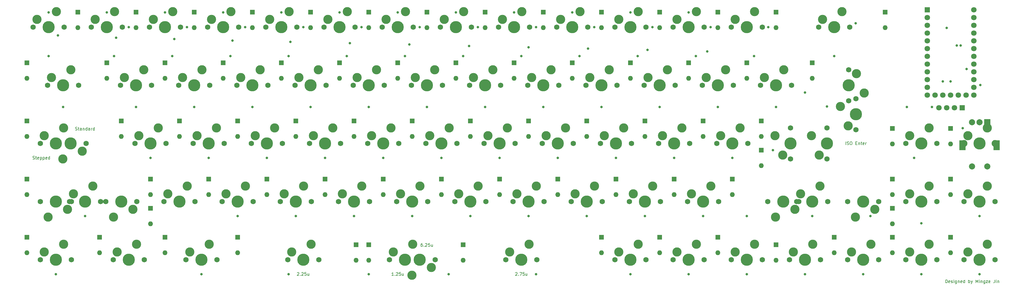
<source format=gbr>
%TF.GenerationSoftware,KiCad,Pcbnew,(6.0.1)*%
%TF.CreationDate,2022-05-15T14:47:49-04:00*%
%TF.ProjectId,GanJing 65 rev 2 hotswap exposed traces,47616e4a-696e-4672-9036-352072657620,2*%
%TF.SameCoordinates,Original*%
%TF.FileFunction,Soldermask,Top*%
%TF.FilePolarity,Negative*%
%FSLAX46Y46*%
G04 Gerber Fmt 4.6, Leading zero omitted, Abs format (unit mm)*
G04 Created by KiCad (PCBNEW (6.0.1)) date 2022-05-15 14:47:49*
%MOMM*%
%LPD*%
G01*
G04 APERTURE LIST*
%ADD10C,0.150000*%
%ADD11C,1.750000*%
%ADD12C,3.000000*%
%ADD13C,3.987800*%
%ADD14C,2.250000*%
%ADD15R,1.600000X1.600000*%
%ADD16O,1.600000X1.600000*%
%ADD17R,1.800000X1.800000*%
%ADD18C,1.800000*%
%ADD19R,2.000000X3.200000*%
%ADD20R,2.000000X2.000000*%
%ADD21C,2.000000*%
%ADD22C,0.800000*%
G04 APERTURE END LIST*
D10*
X353235714Y-188571130D02*
X353235714Y-187571130D01*
X353473809Y-187571130D01*
X353616666Y-187618750D01*
X353711904Y-187713988D01*
X353759523Y-187809226D01*
X353807142Y-187999702D01*
X353807142Y-188142559D01*
X353759523Y-188333035D01*
X353711904Y-188428273D01*
X353616666Y-188523511D01*
X353473809Y-188571130D01*
X353235714Y-188571130D01*
X354616666Y-188523511D02*
X354521428Y-188571130D01*
X354330952Y-188571130D01*
X354235714Y-188523511D01*
X354188095Y-188428273D01*
X354188095Y-188047321D01*
X354235714Y-187952083D01*
X354330952Y-187904464D01*
X354521428Y-187904464D01*
X354616666Y-187952083D01*
X354664285Y-188047321D01*
X354664285Y-188142559D01*
X354188095Y-188237797D01*
X355045238Y-188523511D02*
X355140476Y-188571130D01*
X355330952Y-188571130D01*
X355426190Y-188523511D01*
X355473809Y-188428273D01*
X355473809Y-188380654D01*
X355426190Y-188285416D01*
X355330952Y-188237797D01*
X355188095Y-188237797D01*
X355092857Y-188190178D01*
X355045238Y-188094940D01*
X355045238Y-188047321D01*
X355092857Y-187952083D01*
X355188095Y-187904464D01*
X355330952Y-187904464D01*
X355426190Y-187952083D01*
X355902380Y-188571130D02*
X355902380Y-187904464D01*
X355902380Y-187571130D02*
X355854761Y-187618750D01*
X355902380Y-187666369D01*
X355950000Y-187618750D01*
X355902380Y-187571130D01*
X355902380Y-187666369D01*
X356807142Y-187904464D02*
X356807142Y-188713988D01*
X356759523Y-188809226D01*
X356711904Y-188856845D01*
X356616666Y-188904464D01*
X356473809Y-188904464D01*
X356378571Y-188856845D01*
X356807142Y-188523511D02*
X356711904Y-188571130D01*
X356521428Y-188571130D01*
X356426190Y-188523511D01*
X356378571Y-188475892D01*
X356330952Y-188380654D01*
X356330952Y-188094940D01*
X356378571Y-187999702D01*
X356426190Y-187952083D01*
X356521428Y-187904464D01*
X356711904Y-187904464D01*
X356807142Y-187952083D01*
X357283333Y-187904464D02*
X357283333Y-188571130D01*
X357283333Y-187999702D02*
X357330952Y-187952083D01*
X357426190Y-187904464D01*
X357569047Y-187904464D01*
X357664285Y-187952083D01*
X357711904Y-188047321D01*
X357711904Y-188571130D01*
X358569047Y-188523511D02*
X358473809Y-188571130D01*
X358283333Y-188571130D01*
X358188095Y-188523511D01*
X358140476Y-188428273D01*
X358140476Y-188047321D01*
X358188095Y-187952083D01*
X358283333Y-187904464D01*
X358473809Y-187904464D01*
X358569047Y-187952083D01*
X358616666Y-188047321D01*
X358616666Y-188142559D01*
X358140476Y-188237797D01*
X359473809Y-188571130D02*
X359473809Y-187571130D01*
X359473809Y-188523511D02*
X359378571Y-188571130D01*
X359188095Y-188571130D01*
X359092857Y-188523511D01*
X359045238Y-188475892D01*
X358997619Y-188380654D01*
X358997619Y-188094940D01*
X359045238Y-187999702D01*
X359092857Y-187952083D01*
X359188095Y-187904464D01*
X359378571Y-187904464D01*
X359473809Y-187952083D01*
X360711904Y-188571130D02*
X360711904Y-187571130D01*
X360711904Y-187952083D02*
X360807142Y-187904464D01*
X360997619Y-187904464D01*
X361092857Y-187952083D01*
X361140476Y-187999702D01*
X361188095Y-188094940D01*
X361188095Y-188380654D01*
X361140476Y-188475892D01*
X361092857Y-188523511D01*
X360997619Y-188571130D01*
X360807142Y-188571130D01*
X360711904Y-188523511D01*
X361521428Y-187904464D02*
X361759523Y-188571130D01*
X361997619Y-187904464D02*
X361759523Y-188571130D01*
X361664285Y-188809226D01*
X361616666Y-188856845D01*
X361521428Y-188904464D01*
X363140476Y-188571130D02*
X363140476Y-187571130D01*
X363473809Y-188285416D01*
X363807142Y-187571130D01*
X363807142Y-188571130D01*
X364283333Y-188571130D02*
X364283333Y-187904464D01*
X364283333Y-187571130D02*
X364235714Y-187618750D01*
X364283333Y-187666369D01*
X364330952Y-187618750D01*
X364283333Y-187571130D01*
X364283333Y-187666369D01*
X364759523Y-187904464D02*
X364759523Y-188571130D01*
X364759523Y-187999702D02*
X364807142Y-187952083D01*
X364902380Y-187904464D01*
X365045238Y-187904464D01*
X365140476Y-187952083D01*
X365188095Y-188047321D01*
X365188095Y-188571130D01*
X366092857Y-187904464D02*
X366092857Y-188713988D01*
X366045238Y-188809226D01*
X365997619Y-188856845D01*
X365902380Y-188904464D01*
X365759523Y-188904464D01*
X365664285Y-188856845D01*
X366092857Y-188523511D02*
X365997619Y-188571130D01*
X365807142Y-188571130D01*
X365711904Y-188523511D01*
X365664285Y-188475892D01*
X365616666Y-188380654D01*
X365616666Y-188094940D01*
X365664285Y-187999702D01*
X365711904Y-187952083D01*
X365807142Y-187904464D01*
X365997619Y-187904464D01*
X366092857Y-187952083D01*
X366473809Y-187904464D02*
X366997619Y-187904464D01*
X366473809Y-188571130D01*
X366997619Y-188571130D01*
X367759523Y-188523511D02*
X367664285Y-188571130D01*
X367473809Y-188571130D01*
X367378571Y-188523511D01*
X367330952Y-188428273D01*
X367330952Y-188047321D01*
X367378571Y-187952083D01*
X367473809Y-187904464D01*
X367664285Y-187904464D01*
X367759523Y-187952083D01*
X367807142Y-188047321D01*
X367807142Y-188142559D01*
X367330952Y-188237797D01*
X369283333Y-187571130D02*
X369283333Y-188285416D01*
X369235714Y-188428273D01*
X369140476Y-188523511D01*
X368997619Y-188571130D01*
X368902380Y-188571130D01*
X369759523Y-188571130D02*
X369759523Y-187904464D01*
X369759523Y-187571130D02*
X369711904Y-187618750D01*
X369759523Y-187666369D01*
X369807142Y-187618750D01*
X369759523Y-187571130D01*
X369759523Y-187666369D01*
X370235714Y-187904464D02*
X370235714Y-188571130D01*
X370235714Y-187999702D02*
X370283333Y-187952083D01*
X370378571Y-187904464D01*
X370521428Y-187904464D01*
X370616666Y-187952083D01*
X370664285Y-188047321D01*
X370664285Y-188571130D01*
X68294642Y-138517261D02*
X68437500Y-138564880D01*
X68675595Y-138564880D01*
X68770833Y-138517261D01*
X68818452Y-138469642D01*
X68866071Y-138374404D01*
X68866071Y-138279166D01*
X68818452Y-138183928D01*
X68770833Y-138136309D01*
X68675595Y-138088690D01*
X68485119Y-138041071D01*
X68389880Y-137993452D01*
X68342261Y-137945833D01*
X68294642Y-137850595D01*
X68294642Y-137755357D01*
X68342261Y-137660119D01*
X68389880Y-137612500D01*
X68485119Y-137564880D01*
X68723214Y-137564880D01*
X68866071Y-137612500D01*
X69151785Y-137898214D02*
X69532738Y-137898214D01*
X69294642Y-137564880D02*
X69294642Y-138422023D01*
X69342261Y-138517261D01*
X69437500Y-138564880D01*
X69532738Y-138564880D01*
X70294642Y-138564880D02*
X70294642Y-138041071D01*
X70247023Y-137945833D01*
X70151785Y-137898214D01*
X69961309Y-137898214D01*
X69866071Y-137945833D01*
X70294642Y-138517261D02*
X70199404Y-138564880D01*
X69961309Y-138564880D01*
X69866071Y-138517261D01*
X69818452Y-138422023D01*
X69818452Y-138326785D01*
X69866071Y-138231547D01*
X69961309Y-138183928D01*
X70199404Y-138183928D01*
X70294642Y-138136309D01*
X70770833Y-137898214D02*
X70770833Y-138564880D01*
X70770833Y-137993452D02*
X70818452Y-137945833D01*
X70913690Y-137898214D01*
X71056547Y-137898214D01*
X71151785Y-137945833D01*
X71199404Y-138041071D01*
X71199404Y-138564880D01*
X72104166Y-138564880D02*
X72104166Y-137564880D01*
X72104166Y-138517261D02*
X72008928Y-138564880D01*
X71818452Y-138564880D01*
X71723214Y-138517261D01*
X71675595Y-138469642D01*
X71627976Y-138374404D01*
X71627976Y-138088690D01*
X71675595Y-137993452D01*
X71723214Y-137945833D01*
X71818452Y-137898214D01*
X72008928Y-137898214D01*
X72104166Y-137945833D01*
X73008928Y-138564880D02*
X73008928Y-138041071D01*
X72961309Y-137945833D01*
X72866071Y-137898214D01*
X72675595Y-137898214D01*
X72580357Y-137945833D01*
X73008928Y-138517261D02*
X72913690Y-138564880D01*
X72675595Y-138564880D01*
X72580357Y-138517261D01*
X72532738Y-138422023D01*
X72532738Y-138326785D01*
X72580357Y-138231547D01*
X72675595Y-138183928D01*
X72913690Y-138183928D01*
X73008928Y-138136309D01*
X73485119Y-138564880D02*
X73485119Y-137898214D01*
X73485119Y-138088690D02*
X73532738Y-137993452D01*
X73580357Y-137945833D01*
X73675595Y-137898214D01*
X73770833Y-137898214D01*
X74532738Y-138564880D02*
X74532738Y-137564880D01*
X74532738Y-138517261D02*
X74437500Y-138564880D01*
X74247023Y-138564880D01*
X74151785Y-138517261D01*
X74104166Y-138469642D01*
X74056547Y-138374404D01*
X74056547Y-138088690D01*
X74104166Y-137993452D01*
X74151785Y-137945833D01*
X74247023Y-137898214D01*
X74437500Y-137898214D01*
X74532738Y-137945833D01*
X181903869Y-175664880D02*
X181713392Y-175664880D01*
X181618154Y-175712500D01*
X181570535Y-175760119D01*
X181475297Y-175902976D01*
X181427678Y-176093452D01*
X181427678Y-176474404D01*
X181475297Y-176569642D01*
X181522916Y-176617261D01*
X181618154Y-176664880D01*
X181808630Y-176664880D01*
X181903869Y-176617261D01*
X181951488Y-176569642D01*
X181999107Y-176474404D01*
X181999107Y-176236309D01*
X181951488Y-176141071D01*
X181903869Y-176093452D01*
X181808630Y-176045833D01*
X181618154Y-176045833D01*
X181522916Y-176093452D01*
X181475297Y-176141071D01*
X181427678Y-176236309D01*
X182427678Y-176569642D02*
X182475297Y-176617261D01*
X182427678Y-176664880D01*
X182380059Y-176617261D01*
X182427678Y-176569642D01*
X182427678Y-176664880D01*
X182856250Y-175760119D02*
X182903869Y-175712500D01*
X182999107Y-175664880D01*
X183237202Y-175664880D01*
X183332440Y-175712500D01*
X183380059Y-175760119D01*
X183427678Y-175855357D01*
X183427678Y-175950595D01*
X183380059Y-176093452D01*
X182808630Y-176664880D01*
X183427678Y-176664880D01*
X184332440Y-175664880D02*
X183856250Y-175664880D01*
X183808630Y-176141071D01*
X183856250Y-176093452D01*
X183951488Y-176045833D01*
X184189583Y-176045833D01*
X184284821Y-176093452D01*
X184332440Y-176141071D01*
X184380059Y-176236309D01*
X184380059Y-176474404D01*
X184332440Y-176569642D01*
X184284821Y-176617261D01*
X184189583Y-176664880D01*
X183951488Y-176664880D01*
X183856250Y-176617261D01*
X183808630Y-176569642D01*
X185237202Y-175998214D02*
X185237202Y-176664880D01*
X184808630Y-175998214D02*
X184808630Y-176522023D01*
X184856250Y-176617261D01*
X184951488Y-176664880D01*
X185094345Y-176664880D01*
X185189583Y-176617261D01*
X185237202Y-176569642D01*
X172474107Y-186189880D02*
X171902678Y-186189880D01*
X172188392Y-186189880D02*
X172188392Y-185189880D01*
X172093154Y-185332738D01*
X171997916Y-185427976D01*
X171902678Y-185475595D01*
X172902678Y-186094642D02*
X172950297Y-186142261D01*
X172902678Y-186189880D01*
X172855059Y-186142261D01*
X172902678Y-186094642D01*
X172902678Y-186189880D01*
X173331250Y-185285119D02*
X173378869Y-185237500D01*
X173474107Y-185189880D01*
X173712202Y-185189880D01*
X173807440Y-185237500D01*
X173855059Y-185285119D01*
X173902678Y-185380357D01*
X173902678Y-185475595D01*
X173855059Y-185618452D01*
X173283630Y-186189880D01*
X173902678Y-186189880D01*
X174807440Y-185189880D02*
X174331250Y-185189880D01*
X174283630Y-185666071D01*
X174331250Y-185618452D01*
X174426488Y-185570833D01*
X174664583Y-185570833D01*
X174759821Y-185618452D01*
X174807440Y-185666071D01*
X174855059Y-185761309D01*
X174855059Y-185999404D01*
X174807440Y-186094642D01*
X174759821Y-186142261D01*
X174664583Y-186189880D01*
X174426488Y-186189880D01*
X174331250Y-186142261D01*
X174283630Y-186094642D01*
X175712202Y-185523214D02*
X175712202Y-186189880D01*
X175283630Y-185523214D02*
X175283630Y-186047023D01*
X175331250Y-186142261D01*
X175426488Y-186189880D01*
X175569345Y-186189880D01*
X175664583Y-186142261D01*
X175712202Y-186094642D01*
%TO.C,MX76*%
X320540476Y-143327380D02*
X320540476Y-142327380D01*
X320969047Y-143279761D02*
X321111904Y-143327380D01*
X321350000Y-143327380D01*
X321445238Y-143279761D01*
X321492857Y-143232142D01*
X321540476Y-143136904D01*
X321540476Y-143041666D01*
X321492857Y-142946428D01*
X321445238Y-142898809D01*
X321350000Y-142851190D01*
X321159523Y-142803571D01*
X321064285Y-142755952D01*
X321016666Y-142708333D01*
X320969047Y-142613095D01*
X320969047Y-142517857D01*
X321016666Y-142422619D01*
X321064285Y-142375000D01*
X321159523Y-142327380D01*
X321397619Y-142327380D01*
X321540476Y-142375000D01*
X322159523Y-142327380D02*
X322350000Y-142327380D01*
X322445238Y-142375000D01*
X322540476Y-142470238D01*
X322588095Y-142660714D01*
X322588095Y-142994047D01*
X322540476Y-143184523D01*
X322445238Y-143279761D01*
X322350000Y-143327380D01*
X322159523Y-143327380D01*
X322064285Y-143279761D01*
X321969047Y-143184523D01*
X321921428Y-142994047D01*
X321921428Y-142660714D01*
X321969047Y-142470238D01*
X322064285Y-142375000D01*
X322159523Y-142327380D01*
X323778571Y-142803571D02*
X324111904Y-142803571D01*
X324254761Y-143327380D02*
X323778571Y-143327380D01*
X323778571Y-142327380D01*
X324254761Y-142327380D01*
X324683333Y-142660714D02*
X324683333Y-143327380D01*
X324683333Y-142755952D02*
X324730952Y-142708333D01*
X324826190Y-142660714D01*
X324969047Y-142660714D01*
X325064285Y-142708333D01*
X325111904Y-142803571D01*
X325111904Y-143327380D01*
X325445238Y-142660714D02*
X325826190Y-142660714D01*
X325588095Y-142327380D02*
X325588095Y-143184523D01*
X325635714Y-143279761D01*
X325730952Y-143327380D01*
X325826190Y-143327380D01*
X326540476Y-143279761D02*
X326445238Y-143327380D01*
X326254761Y-143327380D01*
X326159523Y-143279761D01*
X326111904Y-143184523D01*
X326111904Y-142803571D01*
X326159523Y-142708333D01*
X326254761Y-142660714D01*
X326445238Y-142660714D01*
X326540476Y-142708333D01*
X326588095Y-142803571D01*
X326588095Y-142898809D01*
X326111904Y-142994047D01*
X327016666Y-143327380D02*
X327016666Y-142660714D01*
X327016666Y-142851190D02*
X327064285Y-142755952D01*
X327111904Y-142708333D01*
X327207142Y-142660714D01*
X327302380Y-142660714D01*
%TO.C,MX75*%
X54364285Y-148042261D02*
X54507142Y-148089880D01*
X54745238Y-148089880D01*
X54840476Y-148042261D01*
X54888095Y-147994642D01*
X54935714Y-147899404D01*
X54935714Y-147804166D01*
X54888095Y-147708928D01*
X54840476Y-147661309D01*
X54745238Y-147613690D01*
X54554761Y-147566071D01*
X54459523Y-147518452D01*
X54411904Y-147470833D01*
X54364285Y-147375595D01*
X54364285Y-147280357D01*
X54411904Y-147185119D01*
X54459523Y-147137500D01*
X54554761Y-147089880D01*
X54792857Y-147089880D01*
X54935714Y-147137500D01*
X55221428Y-147423214D02*
X55602380Y-147423214D01*
X55364285Y-147089880D02*
X55364285Y-147947023D01*
X55411904Y-148042261D01*
X55507142Y-148089880D01*
X55602380Y-148089880D01*
X56316666Y-148042261D02*
X56221428Y-148089880D01*
X56030952Y-148089880D01*
X55935714Y-148042261D01*
X55888095Y-147947023D01*
X55888095Y-147566071D01*
X55935714Y-147470833D01*
X56030952Y-147423214D01*
X56221428Y-147423214D01*
X56316666Y-147470833D01*
X56364285Y-147566071D01*
X56364285Y-147661309D01*
X55888095Y-147756547D01*
X56792857Y-147423214D02*
X56792857Y-148423214D01*
X56792857Y-147470833D02*
X56888095Y-147423214D01*
X57078571Y-147423214D01*
X57173809Y-147470833D01*
X57221428Y-147518452D01*
X57269047Y-147613690D01*
X57269047Y-147899404D01*
X57221428Y-147994642D01*
X57173809Y-148042261D01*
X57078571Y-148089880D01*
X56888095Y-148089880D01*
X56792857Y-148042261D01*
X57697619Y-147423214D02*
X57697619Y-148423214D01*
X57697619Y-147470833D02*
X57792857Y-147423214D01*
X57983333Y-147423214D01*
X58078571Y-147470833D01*
X58126190Y-147518452D01*
X58173809Y-147613690D01*
X58173809Y-147899404D01*
X58126190Y-147994642D01*
X58078571Y-148042261D01*
X57983333Y-148089880D01*
X57792857Y-148089880D01*
X57697619Y-148042261D01*
X58983333Y-148042261D02*
X58888095Y-148089880D01*
X58697619Y-148089880D01*
X58602380Y-148042261D01*
X58554761Y-147947023D01*
X58554761Y-147566071D01*
X58602380Y-147470833D01*
X58697619Y-147423214D01*
X58888095Y-147423214D01*
X58983333Y-147470833D01*
X59030952Y-147566071D01*
X59030952Y-147661309D01*
X58554761Y-147756547D01*
X59888095Y-148089880D02*
X59888095Y-147089880D01*
X59888095Y-148042261D02*
X59792857Y-148089880D01*
X59602380Y-148089880D01*
X59507142Y-148042261D01*
X59459523Y-147994642D01*
X59411904Y-147899404D01*
X59411904Y-147613690D01*
X59459523Y-147518452D01*
X59507142Y-147470833D01*
X59602380Y-147423214D01*
X59792857Y-147423214D01*
X59888095Y-147470833D01*
%TO.C,MX64*%
X140946428Y-185285119D02*
X140994047Y-185237500D01*
X141089285Y-185189880D01*
X141327380Y-185189880D01*
X141422619Y-185237500D01*
X141470238Y-185285119D01*
X141517857Y-185380357D01*
X141517857Y-185475595D01*
X141470238Y-185618452D01*
X140898809Y-186189880D01*
X141517857Y-186189880D01*
X141946428Y-186094642D02*
X141994047Y-186142261D01*
X141946428Y-186189880D01*
X141898809Y-186142261D01*
X141946428Y-186094642D01*
X141946428Y-186189880D01*
X142375000Y-185285119D02*
X142422619Y-185237500D01*
X142517857Y-185189880D01*
X142755952Y-185189880D01*
X142851190Y-185237500D01*
X142898809Y-185285119D01*
X142946428Y-185380357D01*
X142946428Y-185475595D01*
X142898809Y-185618452D01*
X142327380Y-186189880D01*
X142946428Y-186189880D01*
X143851190Y-185189880D02*
X143375000Y-185189880D01*
X143327380Y-185666071D01*
X143375000Y-185618452D01*
X143470238Y-185570833D01*
X143708333Y-185570833D01*
X143803571Y-185618452D01*
X143851190Y-185666071D01*
X143898809Y-185761309D01*
X143898809Y-185999404D01*
X143851190Y-186094642D01*
X143803571Y-186142261D01*
X143708333Y-186189880D01*
X143470238Y-186189880D01*
X143375000Y-186142261D01*
X143327380Y-186094642D01*
X144755952Y-185523214D02*
X144755952Y-186189880D01*
X144327380Y-185523214D02*
X144327380Y-186047023D01*
X144375000Y-186142261D01*
X144470238Y-186189880D01*
X144613095Y-186189880D01*
X144708333Y-186142261D01*
X144755952Y-186094642D01*
%TO.C,MX67*%
X212383928Y-185285119D02*
X212431547Y-185237500D01*
X212526785Y-185189880D01*
X212764880Y-185189880D01*
X212860119Y-185237500D01*
X212907738Y-185285119D01*
X212955357Y-185380357D01*
X212955357Y-185475595D01*
X212907738Y-185618452D01*
X212336309Y-186189880D01*
X212955357Y-186189880D01*
X213383928Y-186094642D02*
X213431547Y-186142261D01*
X213383928Y-186189880D01*
X213336309Y-186142261D01*
X213383928Y-186094642D01*
X213383928Y-186189880D01*
X213764880Y-185189880D02*
X214431547Y-185189880D01*
X214002976Y-186189880D01*
X215288690Y-185189880D02*
X214812500Y-185189880D01*
X214764880Y-185666071D01*
X214812500Y-185618452D01*
X214907738Y-185570833D01*
X215145833Y-185570833D01*
X215241071Y-185618452D01*
X215288690Y-185666071D01*
X215336309Y-185761309D01*
X215336309Y-185999404D01*
X215288690Y-186094642D01*
X215241071Y-186142261D01*
X215145833Y-186189880D01*
X214907738Y-186189880D01*
X214812500Y-186142261D01*
X214764880Y-186094642D01*
X216193452Y-185523214D02*
X216193452Y-186189880D01*
X215764880Y-185523214D02*
X215764880Y-186047023D01*
X215812500Y-186142261D01*
X215907738Y-186189880D01*
X216050595Y-186189880D01*
X216145833Y-186142261D01*
X216193452Y-186094642D01*
%TD*%
D11*
%TO.C,MX31*%
X61595000Y-142875000D03*
D12*
X64135000Y-147955000D03*
D11*
X71755000Y-142875000D03*
D12*
X70485000Y-145415000D03*
D13*
X66675000Y-142875000D03*
%TD*%
D11*
%TO.C,MX77*%
X56832500Y-161925000D03*
D13*
X61912500Y-161925000D03*
D12*
X59372500Y-167005000D03*
D11*
X66992500Y-161925000D03*
D12*
X65722500Y-164465000D03*
%TD*%
D11*
%TO.C,MX78*%
X294957500Y-161925000D03*
D12*
X297497500Y-167005000D03*
D11*
X305117500Y-161925000D03*
D12*
X303847500Y-164465000D03*
D13*
X300037500Y-161925000D03*
%TD*%
D12*
%TO.C,MX15*%
X366871250Y-137795000D03*
X360521250Y-140335000D03*
D14*
X359251250Y-142875000D03*
X369411250Y-142875000D03*
D13*
X364331250Y-142875000D03*
%TD*%
D15*
%TO.C,D1*%
X69056250Y-99853750D03*
D16*
X69056250Y-104933750D03*
%TD*%
D15*
%TO.C,D2*%
X88106250Y-99853750D03*
D16*
X88106250Y-104933750D03*
%TD*%
D15*
%TO.C,D3*%
X107156250Y-99853750D03*
D16*
X107156250Y-104933750D03*
%TD*%
D15*
%TO.C,D4*%
X126206250Y-99853750D03*
D16*
X126206250Y-104933750D03*
%TD*%
D15*
%TO.C,D5*%
X145256250Y-99853750D03*
D16*
X145256250Y-104933750D03*
%TD*%
D15*
%TO.C,D6*%
X164306250Y-99853750D03*
D16*
X164306250Y-104933750D03*
%TD*%
D15*
%TO.C,D7*%
X183356250Y-99853750D03*
D16*
X183356250Y-104933750D03*
%TD*%
D15*
%TO.C,D8*%
X202406250Y-99853750D03*
D16*
X202406250Y-104933750D03*
%TD*%
D15*
%TO.C,D9*%
X221456250Y-99853750D03*
D16*
X221456250Y-104933750D03*
%TD*%
D15*
%TO.C,D10*%
X240506250Y-99853750D03*
D16*
X240506250Y-104933750D03*
%TD*%
D15*
%TO.C,D11*%
X259556250Y-99853750D03*
D16*
X259556250Y-104933750D03*
%TD*%
D15*
%TO.C,D12*%
X278606250Y-99853750D03*
D16*
X278606250Y-104933750D03*
%TD*%
D15*
%TO.C,D13*%
X297656250Y-99853750D03*
D16*
X297656250Y-104933750D03*
%TD*%
D15*
%TO.C,D14*%
X333375000Y-99853750D03*
D16*
X333375000Y-104933750D03*
%TD*%
D15*
%TO.C,D16*%
X52387500Y-116522500D03*
D16*
X52387500Y-121602500D03*
%TD*%
D15*
%TO.C,D17*%
X78581250Y-116522500D03*
D16*
X78581250Y-121602500D03*
%TD*%
D15*
%TO.C,D18*%
X97631250Y-116522500D03*
D16*
X97631250Y-121602500D03*
%TD*%
D15*
%TO.C,D19*%
X116681250Y-116522500D03*
D16*
X116681250Y-121602500D03*
%TD*%
D15*
%TO.C,D20*%
X135731250Y-116522500D03*
D16*
X135731250Y-121602500D03*
%TD*%
D15*
%TO.C,D21*%
X154781250Y-116522500D03*
D16*
X154781250Y-121602500D03*
%TD*%
D15*
%TO.C,D22*%
X173831250Y-116522500D03*
D16*
X173831250Y-121602500D03*
%TD*%
D15*
%TO.C,D23*%
X192881250Y-116522500D03*
D16*
X192881250Y-121602500D03*
%TD*%
D15*
%TO.C,D24*%
X211931250Y-116522500D03*
D16*
X211931250Y-121602500D03*
%TD*%
D15*
%TO.C,D25*%
X230981250Y-116522500D03*
D16*
X230981250Y-121602500D03*
%TD*%
D15*
%TO.C,D26*%
X250031250Y-116522500D03*
D16*
X250031250Y-121602500D03*
%TD*%
D15*
%TO.C,D27*%
X269081250Y-116522500D03*
D16*
X269081250Y-121602500D03*
%TD*%
D15*
%TO.C,D28*%
X288131250Y-116522500D03*
D16*
X288131250Y-121602500D03*
%TD*%
D15*
%TO.C,D29*%
X309562500Y-116522500D03*
D16*
X309562500Y-121602500D03*
%TD*%
D15*
%TO.C,D30*%
X335756250Y-137953750D03*
D16*
X335756250Y-143033750D03*
%TD*%
D15*
%TO.C,D31*%
X52387500Y-135572500D03*
D16*
X52387500Y-140652500D03*
%TD*%
D15*
%TO.C,D32*%
X83343750Y-135572500D03*
D16*
X83343750Y-140652500D03*
%TD*%
D15*
%TO.C,D33*%
X102393750Y-135572500D03*
D16*
X102393750Y-140652500D03*
%TD*%
D15*
%TO.C,D34*%
X121443750Y-135572500D03*
D16*
X121443750Y-140652500D03*
%TD*%
D15*
%TO.C,D35*%
X140493750Y-135572500D03*
D16*
X140493750Y-140652500D03*
%TD*%
D15*
%TO.C,D36*%
X159543750Y-135572500D03*
D16*
X159543750Y-140652500D03*
%TD*%
D15*
%TO.C,D37*%
X178593750Y-135572500D03*
D16*
X178593750Y-140652500D03*
%TD*%
D15*
%TO.C,D38*%
X197643750Y-135572500D03*
D16*
X197643750Y-140652500D03*
%TD*%
D15*
%TO.C,D39*%
X216693750Y-135572500D03*
D16*
X216693750Y-140652500D03*
%TD*%
D15*
%TO.C,D40*%
X235743750Y-135572500D03*
D16*
X235743750Y-140652500D03*
%TD*%
D15*
%TO.C,D41*%
X254793750Y-135572500D03*
D16*
X254793750Y-140652500D03*
%TD*%
D15*
%TO.C,D42*%
X273843750Y-135572500D03*
D16*
X273843750Y-140652500D03*
%TD*%
D15*
%TO.C,D44*%
X292893750Y-135572500D03*
D16*
X292893750Y-140652500D03*
%TD*%
D15*
%TO.C,D45*%
X335756250Y-154622500D03*
D16*
X335756250Y-159702500D03*
%TD*%
D15*
%TO.C,D46*%
X52387500Y-154622500D03*
D16*
X52387500Y-159702500D03*
%TD*%
D15*
%TO.C,D48*%
X92868750Y-154622500D03*
D16*
X92868750Y-159702500D03*
%TD*%
D15*
%TO.C,D49*%
X111918750Y-154622500D03*
D16*
X111918750Y-159702500D03*
%TD*%
D15*
%TO.C,D50*%
X130968750Y-154622500D03*
D16*
X130968750Y-159702500D03*
%TD*%
D15*
%TO.C,D51*%
X150018750Y-154622500D03*
D16*
X150018750Y-159702500D03*
%TD*%
D15*
%TO.C,D52*%
X169068750Y-154622500D03*
D16*
X169068750Y-159702500D03*
%TD*%
D15*
%TO.C,D53*%
X188118750Y-154622500D03*
D16*
X188118750Y-159702500D03*
%TD*%
D15*
%TO.C,D54*%
X207168750Y-154622500D03*
D16*
X207168750Y-159702500D03*
%TD*%
D15*
%TO.C,D55*%
X226218750Y-154622500D03*
D16*
X226218750Y-159702500D03*
%TD*%
D15*
%TO.C,D57*%
X264318750Y-154622500D03*
D16*
X264318750Y-159702500D03*
%TD*%
D15*
%TO.C,D58*%
X283368750Y-154622500D03*
D16*
X283368750Y-159702500D03*
%TD*%
D15*
%TO.C,D60*%
X354806250Y-154622500D03*
D16*
X354806250Y-159702500D03*
%TD*%
D15*
%TO.C,D61*%
X52387500Y-173672500D03*
D16*
X52387500Y-178752500D03*
%TD*%
D15*
%TO.C,D62*%
X76200000Y-173672500D03*
D16*
X76200000Y-178752500D03*
%TD*%
D15*
%TO.C,D63*%
X97631250Y-173672500D03*
D16*
X97631250Y-178752500D03*
%TD*%
D15*
%TO.C,D66*%
X164306250Y-176053750D03*
D16*
X164306250Y-181133750D03*
%TD*%
D15*
%TO.C,D68*%
X240506250Y-173672500D03*
D16*
X240506250Y-178752500D03*
%TD*%
D15*
%TO.C,D69*%
X259556250Y-173672500D03*
D16*
X259556250Y-178752500D03*
%TD*%
D15*
%TO.C,D70*%
X278606250Y-173672500D03*
D16*
X278606250Y-178752500D03*
%TD*%
D15*
%TO.C,D71*%
X297656250Y-176053750D03*
D16*
X297656250Y-181133750D03*
%TD*%
D15*
%TO.C,D72*%
X316706250Y-173672500D03*
D16*
X316706250Y-178752500D03*
%TD*%
D15*
%TO.C,D74*%
X354806250Y-173672500D03*
D16*
X354806250Y-178752500D03*
%TD*%
D15*
%TO.C,D15*%
X354806250Y-137953750D03*
D16*
X354806250Y-143033750D03*
%TD*%
D17*
%TO.C,DS1*%
X358616250Y-131250000D03*
D18*
X356076250Y-131250000D03*
X353536250Y-131250000D03*
X350996250Y-131250000D03*
%TD*%
D12*
%TO.C,MX1*%
X62071250Y-99695000D03*
X55721250Y-102235000D03*
D11*
X54451250Y-104775000D03*
X64611250Y-104775000D03*
D13*
X59531250Y-104775000D03*
%TD*%
D12*
%TO.C,MX2*%
X81121250Y-99695000D03*
X74771250Y-102235000D03*
D11*
X73501250Y-104775000D03*
X83661250Y-104775000D03*
D13*
X78581250Y-104775000D03*
%TD*%
D12*
%TO.C,MX3*%
X100171250Y-99695000D03*
X93821250Y-102235000D03*
D11*
X92551250Y-104775000D03*
X102711250Y-104775000D03*
D13*
X97631250Y-104775000D03*
%TD*%
D12*
%TO.C,MX4*%
X119221250Y-99695000D03*
X112871250Y-102235000D03*
D11*
X111601250Y-104775000D03*
X121761250Y-104775000D03*
D13*
X116681250Y-104775000D03*
%TD*%
D12*
%TO.C,MX5*%
X138271250Y-99695000D03*
X131921250Y-102235000D03*
D11*
X130651250Y-104775000D03*
X140811250Y-104775000D03*
D13*
X135731250Y-104775000D03*
%TD*%
D12*
%TO.C,MX6*%
X157321250Y-99695000D03*
X150971250Y-102235000D03*
D11*
X149701250Y-104775000D03*
X159861250Y-104775000D03*
D13*
X154781250Y-104775000D03*
%TD*%
D12*
%TO.C,MX7*%
X176371250Y-99695000D03*
X170021250Y-102235000D03*
D11*
X168751250Y-104775000D03*
X178911250Y-104775000D03*
D13*
X173831250Y-104775000D03*
%TD*%
D12*
%TO.C,MX8*%
X195421250Y-99695000D03*
X189071250Y-102235000D03*
D11*
X187801250Y-104775000D03*
X197961250Y-104775000D03*
D13*
X192881250Y-104775000D03*
%TD*%
D12*
%TO.C,MX9*%
X214471250Y-99695000D03*
X208121250Y-102235000D03*
D11*
X206851250Y-104775000D03*
X217011250Y-104775000D03*
D13*
X211931250Y-104775000D03*
%TD*%
D12*
%TO.C,MX10*%
X233521250Y-99695000D03*
X227171250Y-102235000D03*
D11*
X225901250Y-104775000D03*
X236061250Y-104775000D03*
D13*
X230981250Y-104775000D03*
%TD*%
D12*
%TO.C,MX11*%
X252571250Y-99695000D03*
X246221250Y-102235000D03*
D11*
X244951250Y-104775000D03*
X255111250Y-104775000D03*
D13*
X250031250Y-104775000D03*
%TD*%
D12*
%TO.C,MX12*%
X271621250Y-99695000D03*
X265271250Y-102235000D03*
D11*
X264001250Y-104775000D03*
X274161250Y-104775000D03*
D13*
X269081250Y-104775000D03*
%TD*%
D12*
%TO.C,MX13*%
X290671250Y-99695000D03*
X284321250Y-102235000D03*
D11*
X283051250Y-104775000D03*
X293211250Y-104775000D03*
D13*
X288131250Y-104775000D03*
%TD*%
%TO.C,MX14*%
X316706250Y-104775000D03*
D11*
X311626250Y-104775000D03*
D12*
X312896250Y-102235000D03*
D11*
X321786250Y-104775000D03*
D12*
X319246250Y-99695000D03*
%TD*%
D13*
%TO.C,MX16*%
X64293750Y-123825000D03*
D12*
X60483750Y-121285000D03*
D11*
X59213750Y-123825000D03*
D12*
X66833750Y-118745000D03*
D11*
X69373750Y-123825000D03*
%TD*%
D12*
%TO.C,MX17*%
X90646250Y-118745000D03*
X84296250Y-121285000D03*
D11*
X83026250Y-123825000D03*
X93186250Y-123825000D03*
D13*
X88106250Y-123825000D03*
%TD*%
D12*
%TO.C,MX18*%
X109696250Y-118745000D03*
X103346250Y-121285000D03*
D11*
X102076250Y-123825000D03*
X112236250Y-123825000D03*
D13*
X107156250Y-123825000D03*
%TD*%
D12*
%TO.C,MX19*%
X128746250Y-118745000D03*
X122396250Y-121285000D03*
D11*
X121126250Y-123825000D03*
X131286250Y-123825000D03*
D13*
X126206250Y-123825000D03*
%TD*%
D12*
%TO.C,MX20*%
X147796250Y-118745000D03*
X141446250Y-121285000D03*
D11*
X140176250Y-123825000D03*
X150336250Y-123825000D03*
D13*
X145256250Y-123825000D03*
%TD*%
D12*
%TO.C,MX21*%
X166846250Y-118745000D03*
X160496250Y-121285000D03*
D11*
X159226250Y-123825000D03*
X169386250Y-123825000D03*
D13*
X164306250Y-123825000D03*
%TD*%
D12*
%TO.C,MX22*%
X185896250Y-118745000D03*
X179546250Y-121285000D03*
D11*
X178276250Y-123825000D03*
X188436250Y-123825000D03*
D13*
X183356250Y-123825000D03*
%TD*%
D12*
%TO.C,MX23*%
X204946250Y-118745000D03*
X198596250Y-121285000D03*
D11*
X197326250Y-123825000D03*
X207486250Y-123825000D03*
D13*
X202406250Y-123825000D03*
%TD*%
D12*
%TO.C,MX24*%
X223996250Y-118745000D03*
X217646250Y-121285000D03*
D11*
X216376250Y-123825000D03*
X226536250Y-123825000D03*
D13*
X221456250Y-123825000D03*
%TD*%
D12*
%TO.C,MX25*%
X243046250Y-118745000D03*
X236696250Y-121285000D03*
D11*
X235426250Y-123825000D03*
X245586250Y-123825000D03*
D13*
X240506250Y-123825000D03*
%TD*%
D12*
%TO.C,MX26*%
X262096250Y-118745000D03*
X255746250Y-121285000D03*
D11*
X254476250Y-123825000D03*
X264636250Y-123825000D03*
D13*
X259556250Y-123825000D03*
%TD*%
D12*
%TO.C,MX27*%
X281146250Y-118745000D03*
X274796250Y-121285000D03*
D11*
X273526250Y-123825000D03*
X283686250Y-123825000D03*
D13*
X278606250Y-123825000D03*
%TD*%
D12*
%TO.C,MX28*%
X300196250Y-118745000D03*
X293846250Y-121285000D03*
D11*
X292576250Y-123825000D03*
X302736250Y-123825000D03*
D13*
X297656250Y-123825000D03*
%TD*%
D12*
%TO.C,MX29*%
X326548750Y-126365000D03*
X324008750Y-120015000D03*
D11*
X321468750Y-128905000D03*
X321468750Y-118745000D03*
D13*
X321468750Y-123825000D03*
%TD*%
D12*
%TO.C,MX30*%
X347821250Y-137795000D03*
X341471250Y-140335000D03*
D11*
X340201250Y-142875000D03*
X350361250Y-142875000D03*
D13*
X345281250Y-142875000D03*
%TD*%
D12*
%TO.C,MX32*%
X95408750Y-137795000D03*
X89058750Y-140335000D03*
D11*
X87788750Y-142875000D03*
X97948750Y-142875000D03*
D13*
X92868750Y-142875000D03*
%TD*%
D12*
%TO.C,MX33*%
X114458750Y-137795000D03*
X108108750Y-140335000D03*
D11*
X106838750Y-142875000D03*
X116998750Y-142875000D03*
D13*
X111918750Y-142875000D03*
%TD*%
D12*
%TO.C,MX34*%
X133508750Y-137795000D03*
X127158750Y-140335000D03*
D11*
X125888750Y-142875000D03*
X136048750Y-142875000D03*
D13*
X130968750Y-142875000D03*
%TD*%
D12*
%TO.C,MX35*%
X152558750Y-137795000D03*
X146208750Y-140335000D03*
D11*
X144938750Y-142875000D03*
X155098750Y-142875000D03*
D13*
X150018750Y-142875000D03*
%TD*%
D12*
%TO.C,MX36*%
X171608750Y-137795000D03*
X165258750Y-140335000D03*
D11*
X163988750Y-142875000D03*
X174148750Y-142875000D03*
D13*
X169068750Y-142875000D03*
%TD*%
D12*
%TO.C,MX37*%
X190658750Y-137795000D03*
X184308750Y-140335000D03*
D11*
X183038750Y-142875000D03*
X193198750Y-142875000D03*
D13*
X188118750Y-142875000D03*
%TD*%
D12*
%TO.C,MX38*%
X209708750Y-137795000D03*
X203358750Y-140335000D03*
D11*
X202088750Y-142875000D03*
X212248750Y-142875000D03*
D13*
X207168750Y-142875000D03*
%TD*%
D12*
%TO.C,MX39*%
X228758750Y-137795000D03*
X222408750Y-140335000D03*
D11*
X221138750Y-142875000D03*
X231298750Y-142875000D03*
D13*
X226218750Y-142875000D03*
%TD*%
D12*
%TO.C,MX40*%
X247808750Y-137795000D03*
X241458750Y-140335000D03*
D11*
X240188750Y-142875000D03*
X250348750Y-142875000D03*
D13*
X245268750Y-142875000D03*
%TD*%
D12*
%TO.C,MX41*%
X266858750Y-137795000D03*
X260508750Y-140335000D03*
D11*
X259238750Y-142875000D03*
X269398750Y-142875000D03*
D13*
X264318750Y-142875000D03*
%TD*%
D12*
%TO.C,MX42*%
X285908750Y-137795000D03*
X279558750Y-140335000D03*
D11*
X278288750Y-142875000D03*
X288448750Y-142875000D03*
D13*
X283368750Y-142875000D03*
%TD*%
D12*
%TO.C,MX44*%
X309245000Y-140335000D03*
D13*
X314325000Y-142875000D03*
D11*
X314325000Y-137795000D03*
X314325000Y-147955000D03*
D12*
X311785000Y-146685000D03*
%TD*%
%TO.C,MX45*%
X347821250Y-156845000D03*
X341471250Y-159385000D03*
D11*
X340201250Y-161925000D03*
X350361250Y-161925000D03*
D13*
X345281250Y-161925000D03*
%TD*%
D11*
%TO.C,MX46*%
X66357500Y-161925000D03*
D12*
X73977500Y-156845000D03*
D13*
X71437500Y-161925000D03*
D11*
X76517500Y-161925000D03*
D12*
X67627500Y-159385000D03*
%TD*%
%TO.C,MX48*%
X104933750Y-156845000D03*
X98583750Y-159385000D03*
D11*
X97313750Y-161925000D03*
X107473750Y-161925000D03*
D13*
X102393750Y-161925000D03*
%TD*%
D12*
%TO.C,MX49*%
X123983750Y-156845000D03*
X117633750Y-159385000D03*
D11*
X116363750Y-161925000D03*
X126523750Y-161925000D03*
D13*
X121443750Y-161925000D03*
%TD*%
D12*
%TO.C,MX50*%
X143033750Y-156845000D03*
X136683750Y-159385000D03*
D11*
X135413750Y-161925000D03*
X145573750Y-161925000D03*
D13*
X140493750Y-161925000D03*
%TD*%
D12*
%TO.C,MX51*%
X162083750Y-156845000D03*
X155733750Y-159385000D03*
D11*
X154463750Y-161925000D03*
X164623750Y-161925000D03*
D13*
X159543750Y-161925000D03*
%TD*%
D12*
%TO.C,MX52*%
X181133750Y-156845000D03*
X174783750Y-159385000D03*
D11*
X173513750Y-161925000D03*
X183673750Y-161925000D03*
D13*
X178593750Y-161925000D03*
%TD*%
D12*
%TO.C,MX53*%
X200183750Y-156845000D03*
X193833750Y-159385000D03*
D11*
X192563750Y-161925000D03*
X202723750Y-161925000D03*
D13*
X197643750Y-161925000D03*
%TD*%
D12*
%TO.C,MX54*%
X219233750Y-156845000D03*
X212883750Y-159385000D03*
D11*
X211613750Y-161925000D03*
X221773750Y-161925000D03*
D13*
X216693750Y-161925000D03*
%TD*%
D12*
%TO.C,MX55*%
X238283750Y-156845000D03*
X231933750Y-159385000D03*
D11*
X230663750Y-161925000D03*
X240823750Y-161925000D03*
D13*
X235743750Y-161925000D03*
%TD*%
D12*
%TO.C,MX56*%
X257333750Y-156845000D03*
X250983750Y-159385000D03*
D11*
X249713750Y-161925000D03*
X259873750Y-161925000D03*
D13*
X254793750Y-161925000D03*
%TD*%
D12*
%TO.C,MX57*%
X276383750Y-156845000D03*
X270033750Y-159385000D03*
D11*
X268763750Y-161925000D03*
X278923750Y-161925000D03*
D13*
X273843750Y-161925000D03*
%TD*%
%TO.C,MX58*%
X309562500Y-161925000D03*
D12*
X312102500Y-156845000D03*
D11*
X314642500Y-161925000D03*
D12*
X305752500Y-159385000D03*
D11*
X304482500Y-161925000D03*
%TD*%
D12*
%TO.C,MX60*%
X366871250Y-156845000D03*
X360521250Y-159385000D03*
D11*
X359251250Y-161925000D03*
X369411250Y-161925000D03*
D13*
X364331250Y-161925000D03*
%TD*%
D11*
%TO.C,MX61*%
X66992500Y-180975000D03*
D13*
X61912500Y-180975000D03*
D12*
X64452500Y-175895000D03*
D11*
X56832500Y-180975000D03*
D12*
X58102500Y-178435000D03*
%TD*%
D11*
%TO.C,MX62*%
X90805000Y-180975000D03*
D13*
X85725000Y-180975000D03*
D12*
X88265000Y-175895000D03*
D11*
X80645000Y-180975000D03*
D12*
X81915000Y-178435000D03*
%TD*%
D11*
%TO.C,MX63*%
X114617500Y-180975000D03*
D13*
X109537500Y-180975000D03*
D12*
X112077500Y-175895000D03*
D11*
X104457500Y-180975000D03*
D12*
X105727500Y-178435000D03*
%TD*%
%TO.C,MX68*%
X252571250Y-175895000D03*
X246221250Y-178435000D03*
D11*
X244951250Y-180975000D03*
X255111250Y-180975000D03*
D13*
X250031250Y-180975000D03*
%TD*%
D12*
%TO.C,MX69*%
X271621250Y-175895000D03*
X265271250Y-178435000D03*
D11*
X264001250Y-180975000D03*
X274161250Y-180975000D03*
D13*
X269081250Y-180975000D03*
%TD*%
D12*
%TO.C,MX70*%
X290671250Y-175895000D03*
X284321250Y-178435000D03*
D11*
X283051250Y-180975000D03*
X293211250Y-180975000D03*
D13*
X288131250Y-180975000D03*
%TD*%
D12*
%TO.C,MX71*%
X309721250Y-175895000D03*
X303371250Y-178435000D03*
D11*
X302101250Y-180975000D03*
X312261250Y-180975000D03*
D13*
X307181250Y-180975000D03*
%TD*%
D12*
%TO.C,MX72*%
X328771250Y-175895000D03*
X322421250Y-178435000D03*
D11*
X321151250Y-180975000D03*
X331311250Y-180975000D03*
D13*
X326231250Y-180975000D03*
%TD*%
D12*
%TO.C,MX73*%
X347821250Y-175895000D03*
X341471250Y-178435000D03*
D11*
X340201250Y-180975000D03*
X350361250Y-180975000D03*
D13*
X345281250Y-180975000D03*
%TD*%
D12*
%TO.C,MX74*%
X366871250Y-175895000D03*
X360521250Y-178435000D03*
D11*
X359251250Y-180975000D03*
X369411250Y-180975000D03*
D13*
X364331250Y-180975000D03*
%TD*%
D17*
%TO.C,U1*%
X347186250Y-99130000D03*
D18*
X347186250Y-101670000D03*
X347186250Y-104210000D03*
X347186250Y-106750000D03*
X347186250Y-109290000D03*
X347186250Y-111830000D03*
X347186250Y-114370000D03*
X347186250Y-116910000D03*
X347186250Y-119450000D03*
X347186250Y-121990000D03*
X347186250Y-124530000D03*
X347186250Y-127070000D03*
X362426250Y-127070000D03*
X362426250Y-124530000D03*
X362426250Y-121990000D03*
X362426250Y-119450000D03*
X362426250Y-116910000D03*
X362426250Y-114370000D03*
X362426250Y-111830000D03*
X362426250Y-109290000D03*
X362426250Y-106750000D03*
X362426250Y-104210000D03*
X362426250Y-101670000D03*
X362426250Y-99130000D03*
X349726250Y-127070000D03*
X352266250Y-127070000D03*
X354806250Y-127070000D03*
X357346250Y-127070000D03*
X359886250Y-127070000D03*
%TD*%
D15*
%TO.C,D56*%
X245268750Y-154622500D03*
D16*
X245268750Y-159702500D03*
%TD*%
D19*
%TO.C,SW1*%
X369931250Y-143475000D03*
X358731250Y-143475000D03*
D20*
X366831250Y-135975000D03*
D21*
X361831250Y-135975000D03*
X364331250Y-135975000D03*
X361831250Y-150475000D03*
X366831250Y-150475000D03*
%TD*%
D12*
%TO.C,MX66*%
X178435000Y-186055000D03*
D11*
X186055000Y-180975000D03*
X175895000Y-180975000D03*
D13*
X180975000Y-180975000D03*
D12*
X184785000Y-183515000D03*
%TD*%
D11*
%TO.C,MX65*%
X181292500Y-180975000D03*
D13*
X176212500Y-180975000D03*
D12*
X178752500Y-175895000D03*
D11*
X171132500Y-180975000D03*
D12*
X172402500Y-178435000D03*
%TD*%
D15*
%TO.C,D73*%
X335756250Y-173672500D03*
D16*
X335756250Y-178752500D03*
%TD*%
D15*
%TO.C,D43*%
X292893750Y-145097500D03*
D16*
X292893750Y-150177500D03*
%TD*%
D15*
%TO.C,D59*%
X335756250Y-164147500D03*
D16*
X335756250Y-169227500D03*
%TD*%
D15*
%TO.C,D67*%
X195262500Y-176053750D03*
D16*
X195262500Y-181133750D03*
%TD*%
D11*
%TO.C,MX76*%
X323850000Y-138430000D03*
D13*
X323850000Y-133350000D03*
D11*
X323850000Y-128270000D03*
D12*
X318770000Y-130810000D03*
X321310000Y-137160000D03*
%TD*%
D11*
%TO.C,MX75*%
X66992500Y-142875000D03*
D12*
X64452500Y-137795000D03*
D13*
X61912500Y-142875000D03*
D12*
X58102500Y-140335000D03*
D11*
X56832500Y-142875000D03*
%TD*%
D12*
%TO.C,MX43*%
X297338750Y-140335000D03*
X299878750Y-146685000D03*
D11*
X302418750Y-147955000D03*
X302418750Y-137795000D03*
D13*
X302418750Y-142875000D03*
%TD*%
D11*
%TO.C,MX64*%
X147955000Y-180975000D03*
X137795000Y-180975000D03*
D12*
X139065000Y-178435000D03*
X145415000Y-175895000D03*
D13*
X142875000Y-180975000D03*
%TD*%
D12*
%TO.C,MX47*%
X80803750Y-167005000D03*
X87153750Y-164465000D03*
D11*
X88423750Y-161925000D03*
X78263750Y-161925000D03*
D13*
X83343750Y-161925000D03*
%TD*%
D15*
%TO.C,D47*%
X92868750Y-164147500D03*
D16*
X92868750Y-169227500D03*
%TD*%
D15*
%TO.C,D64*%
X121443750Y-173672500D03*
D16*
X121443750Y-178752500D03*
%TD*%
D12*
%TO.C,MX67*%
X216852500Y-175895000D03*
X210502500Y-178435000D03*
D11*
X219392500Y-180975000D03*
X209232500Y-180975000D03*
D13*
X214312500Y-180975000D03*
%TD*%
D15*
%TO.C,D65*%
X160200000Y-176053750D03*
D16*
X160200000Y-181133750D03*
%TD*%
D12*
%TO.C,MX59*%
X323691250Y-167005000D03*
X330041250Y-164465000D03*
D11*
X331311250Y-161925000D03*
X321151250Y-161925000D03*
D13*
X326231250Y-161925000D03*
%TD*%
D22*
X358800000Y-137900000D03*
X190500000Y-185737500D03*
X164306250Y-185737500D03*
X219075000Y-185737500D03*
X221456250Y-130968750D03*
X290512500Y-114300000D03*
X273843750Y-166687500D03*
X250031250Y-185737500D03*
X235743750Y-166687500D03*
X140493750Y-166687500D03*
X345281250Y-169068750D03*
X233362500Y-114300000D03*
X250031250Y-100012500D03*
X159543750Y-166687500D03*
X296700000Y-145100000D03*
X164306250Y-130968750D03*
X119062500Y-114300000D03*
X80962500Y-114300000D03*
X211931250Y-100012500D03*
X307181250Y-185737500D03*
X202406250Y-130968750D03*
X138112500Y-185737500D03*
X176212500Y-114300000D03*
X288131250Y-185737500D03*
X295106250Y-104775000D03*
X104775000Y-104775000D03*
X269081250Y-100012500D03*
X352306250Y-122600000D03*
X178593750Y-166687500D03*
X254793750Y-166687500D03*
X328612500Y-166687500D03*
X314325000Y-130810000D03*
X97631250Y-100012500D03*
X238125000Y-104775000D03*
X200025000Y-104775000D03*
X364331250Y-185737500D03*
X123825000Y-104775000D03*
X364331250Y-166687500D03*
X245268750Y-147637500D03*
X142875000Y-104775000D03*
X340518750Y-130968750D03*
X157162500Y-114300000D03*
X230981250Y-100012500D03*
X71437500Y-166687500D03*
X240506250Y-130968750D03*
X59531250Y-100012500D03*
X116681250Y-100012500D03*
X130968750Y-147637500D03*
X121443750Y-166687500D03*
X192881250Y-100012500D03*
X161925000Y-104775000D03*
X188118750Y-147637500D03*
X85725000Y-104775000D03*
X61912500Y-185737500D03*
X323806250Y-103500000D03*
X276225000Y-104775000D03*
X183356250Y-130968750D03*
X59531250Y-114300000D03*
X345281250Y-185737500D03*
X326231250Y-185737500D03*
X126206250Y-130968750D03*
X216693750Y-166687500D03*
X269081250Y-185737500D03*
X169068750Y-147637500D03*
X257175000Y-104775000D03*
X278606250Y-130968750D03*
X197643750Y-166687500D03*
X78581250Y-100012500D03*
X348706250Y-130968750D03*
X309562500Y-166687500D03*
X107156250Y-130968750D03*
X180975000Y-104775000D03*
X173831250Y-100012500D03*
X342900000Y-147637500D03*
X219075000Y-104775000D03*
X135731250Y-100012500D03*
X207168750Y-147637500D03*
X252412500Y-114300000D03*
X307181250Y-126206250D03*
X283368750Y-147637500D03*
X214312500Y-114300000D03*
X64293750Y-130968750D03*
X360106250Y-118500000D03*
X88106250Y-130968750D03*
X297656250Y-130968750D03*
X264318750Y-147637500D03*
X138112500Y-114300000D03*
X92868750Y-147637500D03*
X100012500Y-114300000D03*
X111918750Y-147637500D03*
X353606250Y-105100000D03*
X150018750Y-147637500D03*
X226218750Y-147637500D03*
X259556250Y-130968750D03*
X288131250Y-166687500D03*
X271462500Y-114300000D03*
X364606250Y-123800000D03*
X145256250Y-130968750D03*
X109537500Y-185737500D03*
X354806250Y-122600000D03*
X316706250Y-114300000D03*
X154781250Y-100012500D03*
X195262500Y-114300000D03*
X62606250Y-107510700D03*
X81606250Y-108300000D03*
X100706250Y-108700000D03*
X119706250Y-109200000D03*
X138706250Y-109600000D03*
X158153750Y-110052500D03*
X177628750Y-110477500D03*
X197153750Y-110952500D03*
X216628750Y-111377500D03*
X236153750Y-111852500D03*
X255628750Y-112277500D03*
X275153750Y-112752500D03*
X356906250Y-110800000D03*
X358106250Y-110800000D03*
M02*

</source>
